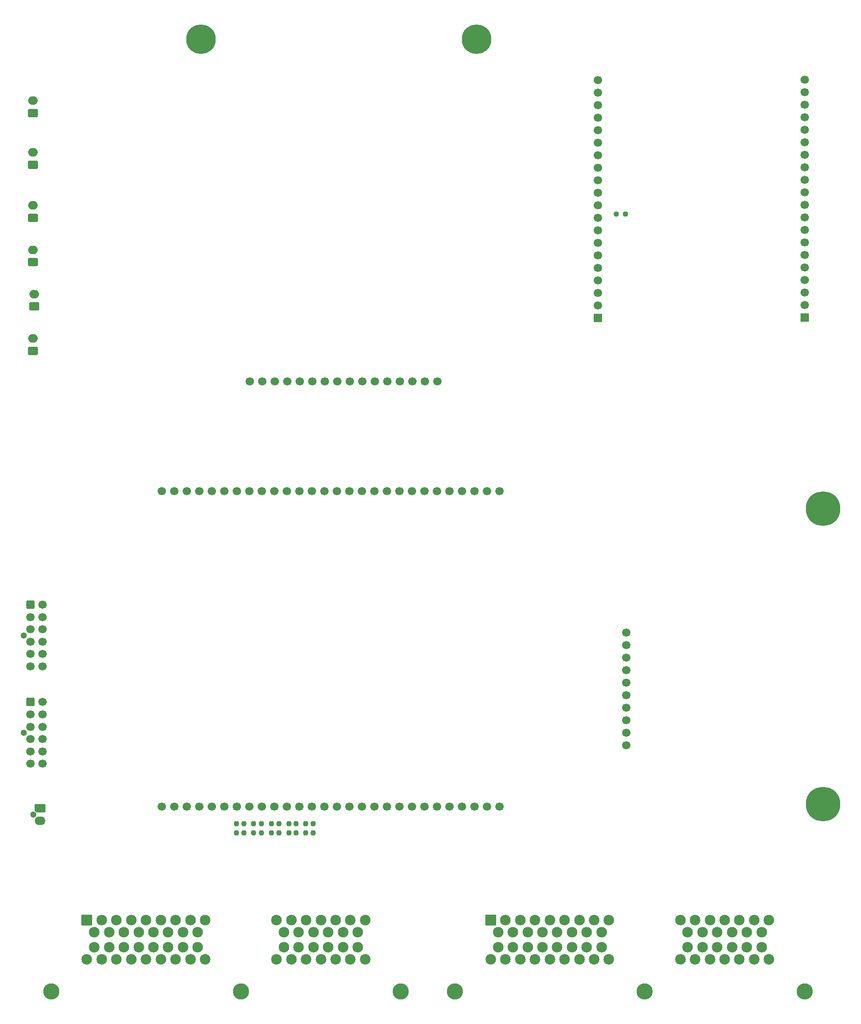
<source format=gbr>
%TF.GenerationSoftware,KiCad,Pcbnew,9.0.2*%
%TF.CreationDate,2025-06-04T00:15:57+07:00*%
%TF.ProjectId,VCU,5643552e-6b69-4636-9164-5f7063625858,rev?*%
%TF.SameCoordinates,Original*%
%TF.FileFunction,Soldermask,Top*%
%TF.FilePolarity,Negative*%
%FSLAX46Y46*%
G04 Gerber Fmt 4.6, Leading zero omitted, Abs format (unit mm)*
G04 Created by KiCad (PCBNEW 9.0.2) date 2025-06-04 00:15:57*
%MOMM*%
%LPD*%
G01*
G04 APERTURE LIST*
G04 Aperture macros list*
%AMRoundRect*
0 Rectangle with rounded corners*
0 $1 Rounding radius*
0 $2 $3 $4 $5 $6 $7 $8 $9 X,Y pos of 4 corners*
0 Add a 4 corners polygon primitive as box body*
4,1,4,$2,$3,$4,$5,$6,$7,$8,$9,$2,$3,0*
0 Add four circle primitives for the rounded corners*
1,1,$1+$1,$2,$3*
1,1,$1+$1,$4,$5*
1,1,$1+$1,$6,$7*
1,1,$1+$1,$8,$9*
0 Add four rect primitives between the rounded corners*
20,1,$1+$1,$2,$3,$4,$5,0*
20,1,$1+$1,$4,$5,$6,$7,0*
20,1,$1+$1,$6,$7,$8,$9,0*
20,1,$1+$1,$8,$9,$2,$3,0*%
%AMFreePoly0*
4,1,22,0.945671,0.830970,1.026777,0.776777,1.080970,0.695671,1.100000,0.600000,1.100000,-0.600000,1.080970,-0.695671,1.026777,-0.776777,0.945671,-0.830970,0.850000,-0.850000,-0.596447,-0.850000,-0.692118,-0.830970,-0.773224,-0.776777,-1.026777,-0.523224,-1.080970,-0.442118,-1.100000,-0.346447,-1.100000,0.600000,-1.080970,0.695671,-1.026777,0.776777,-0.945671,0.830970,-0.850000,0.850000,
0.850000,0.850000,0.945671,0.830970,0.945671,0.830970,$1*%
G04 Aperture macros list end*
%ADD10RoundRect,0.237500X-0.237500X0.250000X-0.237500X-0.250000X0.237500X-0.250000X0.237500X0.250000X0*%
%ADD11RoundRect,0.250000X0.750000X-0.600000X0.750000X0.600000X-0.750000X0.600000X-0.750000X-0.600000X0*%
%ADD12O,2.000000X1.700000*%
%ADD13C,1.300000*%
%ADD14RoundRect,0.250000X-0.600000X-0.600000X0.600000X-0.600000X0.600000X0.600000X-0.600000X0.600000X0*%
%ADD15C,1.700000*%
%ADD16C,6.000000*%
%ADD17C,7.000000*%
%ADD18RoundRect,0.237500X-0.250000X-0.237500X0.250000X-0.237500X0.250000X0.237500X-0.250000X0.237500X0*%
%ADD19FreePoly0,0.000000*%
%ADD20O,2.200000X1.700000*%
%ADD21C,3.300000*%
%ADD22RoundRect,0.102000X-0.975000X-0.975000X0.975000X-0.975000X0.975000X0.975000X-0.975000X0.975000X0*%
%ADD23C,2.154000*%
%ADD24R,1.700000X1.700000*%
G04 APERTURE END LIST*
D10*
%TO.C,R4*%
X218611691Y-270982881D03*
X218611691Y-272807881D03*
%TD*%
%TO.C,R8*%
X225700000Y-270975000D03*
X225700000Y-272800000D03*
%TD*%
D11*
%TO.C,VCU1*%
X175750000Y-175000000D03*
D12*
X175750000Y-172500000D03*
%TD*%
D13*
%TO.C,J9*%
X173910000Y-232775000D03*
D14*
X175250000Y-226525000D03*
D15*
X175250000Y-229025000D03*
X175250000Y-231525000D03*
X175250000Y-234025000D03*
X175250000Y-236525000D03*
X175250000Y-239025000D03*
X177750000Y-226525000D03*
X177750000Y-229025000D03*
X177750000Y-231525000D03*
X177750000Y-234025000D03*
X177750000Y-236525000D03*
X177750000Y-239025000D03*
%TD*%
D10*
%TO.C,R10*%
X229250000Y-270975000D03*
X229250000Y-272800000D03*
%TD*%
D15*
%TO.C,U4*%
X257900000Y-181250000D03*
X255360000Y-181250000D03*
X252820000Y-181250000D03*
X250280000Y-181250000D03*
X247740000Y-181250000D03*
X245200000Y-181250000D03*
X242660000Y-181250000D03*
X240120000Y-181250000D03*
X237580000Y-181250000D03*
X235040000Y-181250000D03*
X232500000Y-181250000D03*
X229960000Y-181250000D03*
D16*
X265900000Y-111750000D03*
D15*
X227420000Y-181250000D03*
D16*
X209900000Y-111750000D03*
D15*
X224880000Y-181250000D03*
X222340000Y-181250000D03*
X219800000Y-181250000D03*
%TD*%
D10*
%TO.C,R3*%
X217066559Y-270975000D03*
X217066559Y-272800000D03*
%TD*%
D11*
%TO.C,12V1*%
X175750000Y-126750000D03*
D12*
X175750000Y-124250000D03*
%TD*%
D11*
%TO.C,ALL1*%
X175750000Y-148000000D03*
D12*
X175750000Y-145500000D03*
%TD*%
D10*
%TO.C,R6*%
X222144192Y-270959536D03*
X222144192Y-272784536D03*
%TD*%
D15*
%TO.C,BSPD1*%
X296250000Y-255000000D03*
X296250000Y-252460000D03*
X296250000Y-249920000D03*
X296250000Y-247380000D03*
X296250000Y-244840000D03*
X296250000Y-242300000D03*
X296250000Y-239760000D03*
X296250000Y-237220000D03*
X296250000Y-234680000D03*
X296250000Y-232140000D03*
D17*
X336250000Y-207000000D03*
X336250000Y-267000000D03*
%TD*%
D18*
%TO.C,R1*%
X294275000Y-147300000D03*
X296100000Y-147300000D03*
%TD*%
D10*
%TO.C,R11*%
X231150000Y-270975000D03*
X231150000Y-272800000D03*
%TD*%
%TO.C,R12*%
X232700000Y-270975000D03*
X232700000Y-272800000D03*
%TD*%
D11*
%TO.C,TELEMETRY1*%
X176000000Y-166000000D03*
D12*
X176000000Y-163500000D03*
%TD*%
D10*
%TO.C,R5*%
X220600091Y-270962286D03*
X220600091Y-272787286D03*
%TD*%
D11*
%TO.C,BSPD2*%
X175750000Y-157000000D03*
D12*
X175750000Y-154500000D03*
%TD*%
D10*
%TO.C,R7*%
X224200000Y-270975000D03*
X224200000Y-272800000D03*
%TD*%
D15*
%TO.C,U2*%
X270500000Y-203500000D03*
X267960000Y-203500000D03*
X265420000Y-203500000D03*
X262880000Y-203500000D03*
X260340000Y-203500000D03*
X257800000Y-203500000D03*
X255260000Y-203500000D03*
X252720000Y-203500000D03*
X250180000Y-203500000D03*
X247640000Y-203500000D03*
X245100000Y-203500000D03*
X242560000Y-203500000D03*
X240020000Y-203500000D03*
X237480000Y-203500000D03*
X234940000Y-203500000D03*
X232400000Y-203500000D03*
X229860000Y-203500000D03*
X227320000Y-203500000D03*
X224780000Y-203500000D03*
X222240000Y-203500000D03*
X219700000Y-203500000D03*
X217160000Y-203500000D03*
X214620000Y-203500000D03*
X212080000Y-203500000D03*
X209540000Y-203500000D03*
X207000000Y-203500000D03*
X204460000Y-203500000D03*
X201920000Y-203500000D03*
X270500000Y-267500000D03*
X267960000Y-267500000D03*
X265420000Y-267500000D03*
X262880000Y-267500000D03*
X260340000Y-267500000D03*
X257800000Y-267500000D03*
X255260000Y-267500000D03*
X252720000Y-267500000D03*
X250180000Y-267500000D03*
X247640000Y-267500000D03*
X245100000Y-267500000D03*
X242560000Y-267500000D03*
X240020000Y-267500000D03*
X237480000Y-267500000D03*
X234940000Y-267500000D03*
X232400000Y-267500000D03*
X229860000Y-267500000D03*
X227320000Y-267500000D03*
X224780000Y-267500000D03*
X222240000Y-267500000D03*
X219700000Y-267500000D03*
X217160000Y-267500000D03*
X214620000Y-267500000D03*
X212080000Y-267500000D03*
X209540000Y-267500000D03*
X207000000Y-267500000D03*
X204460000Y-267500000D03*
X201920000Y-267500000D03*
%TD*%
D10*
%TO.C,R9*%
X227750000Y-270975000D03*
X227750000Y-272800000D03*
%TD*%
D13*
%TO.C,J10*%
X175885000Y-269075000D03*
D19*
X177225000Y-267825000D03*
D20*
X177225000Y-270325000D03*
%TD*%
D11*
%TO.C,3V3*%
X175750000Y-137250000D03*
D12*
X175750000Y-134750000D03*
%TD*%
D21*
%TO.C,J11*%
X261500000Y-305000000D03*
X300000000Y-305000000D03*
X332500000Y-305000000D03*
D22*
X268750000Y-290500000D03*
D23*
X271750000Y-290500000D03*
X274750000Y-290500000D03*
X277750000Y-290500000D03*
X280750000Y-290500000D03*
X283750000Y-290500000D03*
X286750000Y-290500000D03*
X289750000Y-290500000D03*
X292750000Y-290500000D03*
X270250000Y-293000000D03*
X273250000Y-293000000D03*
X276250000Y-293000000D03*
X279250000Y-293000000D03*
X282250000Y-293000000D03*
X285250000Y-293000000D03*
X288250000Y-293000000D03*
X291250000Y-293000000D03*
X270250000Y-296000000D03*
X273250000Y-296000000D03*
X276250000Y-296000000D03*
X279250000Y-296000000D03*
X282250000Y-296000000D03*
X285250000Y-296000000D03*
X288250000Y-296000000D03*
X291250000Y-296000000D03*
X268750000Y-298500000D03*
X271750000Y-298500000D03*
X274750000Y-298500000D03*
X277750000Y-298500000D03*
X280750000Y-298500000D03*
X283750000Y-298500000D03*
X286750000Y-298500000D03*
X289750000Y-298500000D03*
X292750000Y-298500000D03*
X307250000Y-290500000D03*
X310250000Y-290500000D03*
X313250000Y-290500000D03*
X316250000Y-290500000D03*
X319250000Y-290500000D03*
X322250000Y-290500000D03*
X325250000Y-290500000D03*
X308750000Y-293000000D03*
X311750000Y-293000000D03*
X314750000Y-293000000D03*
X317750000Y-293000000D03*
X320750000Y-293000000D03*
X323750000Y-293000000D03*
X308750000Y-296000000D03*
X311750000Y-296000000D03*
X314750000Y-296000000D03*
X317750000Y-296000000D03*
X320750000Y-296000000D03*
X323750000Y-296000000D03*
X307250000Y-298500000D03*
X310250000Y-298500000D03*
X313250000Y-298500000D03*
X316250000Y-298500000D03*
X319250000Y-298500000D03*
X322250000Y-298500000D03*
X325250000Y-298500000D03*
%TD*%
D21*
%TO.C,J1*%
X179500000Y-305000000D03*
X218000000Y-305000000D03*
X250500000Y-305000000D03*
D22*
X186750000Y-290500000D03*
D23*
X189750000Y-290500000D03*
X192750000Y-290500000D03*
X195750000Y-290500000D03*
X198750000Y-290500000D03*
X201750000Y-290500000D03*
X204750000Y-290500000D03*
X207750000Y-290500000D03*
X210750000Y-290500000D03*
X188250000Y-293000000D03*
X191250000Y-293000000D03*
X194250000Y-293000000D03*
X197250000Y-293000000D03*
X200250000Y-293000000D03*
X203250000Y-293000000D03*
X206250000Y-293000000D03*
X209250000Y-293000000D03*
X188250000Y-296000000D03*
X191250000Y-296000000D03*
X194250000Y-296000000D03*
X197250000Y-296000000D03*
X200250000Y-296000000D03*
X203250000Y-296000000D03*
X206250000Y-296000000D03*
X209250000Y-296000000D03*
X186750000Y-298500000D03*
X189750000Y-298500000D03*
X192750000Y-298500000D03*
X195750000Y-298500000D03*
X198750000Y-298500000D03*
X201750000Y-298500000D03*
X204750000Y-298500000D03*
X207750000Y-298500000D03*
X210750000Y-298500000D03*
X225250000Y-290500000D03*
X228250000Y-290500000D03*
X231250000Y-290500000D03*
X234250000Y-290500000D03*
X237250000Y-290500000D03*
X240250000Y-290500000D03*
X243250000Y-290500000D03*
X226750000Y-293000000D03*
X229750000Y-293000000D03*
X232750000Y-293000000D03*
X235750000Y-293000000D03*
X238750000Y-293000000D03*
X241750000Y-293000000D03*
X226750000Y-296000000D03*
X229750000Y-296000000D03*
X232750000Y-296000000D03*
X235750000Y-296000000D03*
X238750000Y-296000000D03*
X241750000Y-296000000D03*
X225250000Y-298500000D03*
X228250000Y-298500000D03*
X231250000Y-298500000D03*
X234250000Y-298500000D03*
X237250000Y-298500000D03*
X240250000Y-298500000D03*
X243250000Y-298500000D03*
%TD*%
D15*
%TO.C,U1*%
X290523223Y-120052774D03*
X290523223Y-125132774D03*
X290523223Y-130212774D03*
X290523223Y-135292774D03*
X290523223Y-137832774D03*
X290523223Y-140372774D03*
X290523223Y-142912774D03*
X290523223Y-150532774D03*
X290523223Y-155612774D03*
X290523223Y-160692774D03*
X290523223Y-163232774D03*
X290523223Y-165772774D03*
D24*
X290523223Y-168312774D03*
D15*
X332500000Y-125054884D03*
X332500000Y-127594884D03*
X332500000Y-130134884D03*
X332500000Y-132674884D03*
X332500000Y-135214884D03*
X332500000Y-137754884D03*
X332500000Y-140294884D03*
X332500000Y-142834884D03*
X332500000Y-145374884D03*
X332500000Y-147914884D03*
X332500000Y-150454884D03*
X332500000Y-152994884D03*
X332500000Y-155534884D03*
X332500000Y-158074884D03*
X332500000Y-160614884D03*
X332500000Y-163154884D03*
X332500000Y-165694884D03*
D24*
X332500000Y-168234884D03*
D15*
X290523223Y-122592774D03*
X290523223Y-127672774D03*
X290523223Y-132752774D03*
X290523223Y-145452774D03*
X290523223Y-147992774D03*
X290523223Y-153072774D03*
X290523223Y-158152774D03*
X332500000Y-119974884D03*
X332500000Y-122514884D03*
%TD*%
D13*
%TO.C,J8*%
X173910000Y-252525000D03*
D14*
X175250000Y-246275000D03*
D15*
X175250000Y-248775000D03*
X175250000Y-251275000D03*
X175250000Y-253775000D03*
X175250000Y-256275000D03*
X175250000Y-258775000D03*
X177750000Y-246275000D03*
X177750000Y-248775000D03*
X177750000Y-251275000D03*
X177750000Y-253775000D03*
X177750000Y-256275000D03*
X177750000Y-258775000D03*
%TD*%
M02*

</source>
